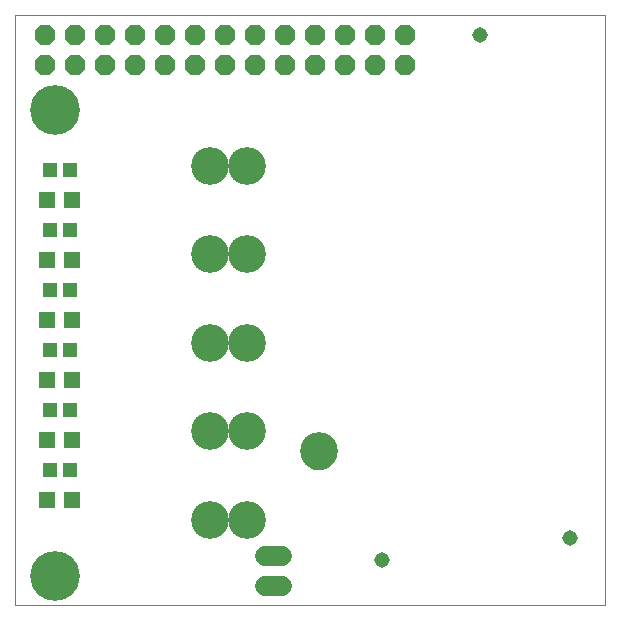
<source format=gbs>
G75*
G70*
%OFA0B0*%
%FSLAX24Y24*%
%IPPOS*%
%LPD*%
%AMOC8*
5,1,8,0,0,1.08239X$1,22.5*
%
%ADD10C,0.0000*%
%ADD11R,0.0474X0.0513*%
%ADD12R,0.0552X0.0552*%
%ADD13C,0.1261*%
%ADD14C,0.1661*%
%ADD15C,0.0674*%
%ADD16OC8,0.0680*%
%ADD17C,0.0516*%
D10*
X000655Y000655D02*
X000655Y020340D01*
X020340Y020340D01*
X020340Y000655D01*
X000655Y000655D01*
X010189Y005780D02*
X010191Y005828D01*
X010197Y005876D01*
X010207Y005923D01*
X010220Y005969D01*
X010238Y006014D01*
X010258Y006058D01*
X010283Y006100D01*
X010311Y006139D01*
X010341Y006176D01*
X010375Y006210D01*
X010412Y006242D01*
X010450Y006271D01*
X010491Y006296D01*
X010534Y006318D01*
X010579Y006336D01*
X010625Y006350D01*
X010672Y006361D01*
X010720Y006368D01*
X010768Y006371D01*
X010816Y006370D01*
X010864Y006365D01*
X010912Y006356D01*
X010958Y006344D01*
X011003Y006327D01*
X011047Y006307D01*
X011089Y006284D01*
X011129Y006257D01*
X011167Y006227D01*
X011202Y006194D01*
X011234Y006158D01*
X011264Y006120D01*
X011290Y006079D01*
X011312Y006036D01*
X011332Y005992D01*
X011347Y005947D01*
X011359Y005900D01*
X011367Y005852D01*
X011371Y005804D01*
X011371Y005756D01*
X011367Y005708D01*
X011359Y005660D01*
X011347Y005613D01*
X011332Y005568D01*
X011312Y005524D01*
X011290Y005481D01*
X011264Y005440D01*
X011234Y005402D01*
X011202Y005366D01*
X011167Y005333D01*
X011129Y005303D01*
X011089Y005276D01*
X011047Y005253D01*
X011003Y005233D01*
X010958Y005216D01*
X010912Y005204D01*
X010864Y005195D01*
X010816Y005190D01*
X010768Y005189D01*
X010720Y005192D01*
X010672Y005199D01*
X010625Y005210D01*
X010579Y005224D01*
X010534Y005242D01*
X010491Y005264D01*
X010450Y005289D01*
X010412Y005318D01*
X010375Y005350D01*
X010341Y005384D01*
X010311Y005421D01*
X010283Y005460D01*
X010258Y005502D01*
X010238Y005546D01*
X010220Y005591D01*
X010207Y005637D01*
X010197Y005684D01*
X010191Y005732D01*
X010189Y005780D01*
D11*
X002490Y005155D03*
X001820Y005155D03*
X001820Y007155D03*
X002490Y007155D03*
X002490Y009155D03*
X001820Y009155D03*
X001820Y011155D03*
X002490Y011155D03*
X002490Y013155D03*
X001820Y013155D03*
X001820Y015155D03*
X002490Y015155D03*
D12*
X002569Y014155D03*
X001742Y014155D03*
X001742Y012155D03*
X002569Y012155D03*
X002569Y010155D03*
X001742Y010155D03*
X001742Y008155D03*
X002569Y008155D03*
X002569Y006155D03*
X001742Y006155D03*
X001742Y004155D03*
X002569Y004155D03*
D13*
X007155Y003507D03*
X008407Y003507D03*
X010780Y005780D03*
X008407Y006456D03*
X007155Y006456D03*
X007155Y009405D03*
X008407Y009405D03*
X008407Y012354D03*
X007155Y012354D03*
X007155Y015303D03*
X008407Y015303D03*
D14*
X001986Y017173D03*
X001986Y001637D03*
D15*
X008983Y001280D02*
X009577Y001280D01*
X009577Y002280D02*
X008983Y002280D01*
D16*
X008655Y018655D03*
X007655Y018655D03*
X006655Y018655D03*
X005655Y018655D03*
X004655Y018655D03*
X003655Y018655D03*
X002655Y018655D03*
X001655Y018655D03*
X001655Y019655D03*
X002655Y019655D03*
X003655Y019655D03*
X004655Y019655D03*
X005655Y019655D03*
X006655Y019655D03*
X007655Y019655D03*
X008655Y019655D03*
X009655Y019655D03*
X009655Y018655D03*
X010655Y018655D03*
X010655Y019655D03*
X011655Y019655D03*
X012655Y019655D03*
X012655Y018655D03*
X011655Y018655D03*
X013655Y018655D03*
X013655Y019655D03*
D17*
X016155Y019655D03*
X019155Y002905D03*
X012905Y002155D03*
M02*

</source>
